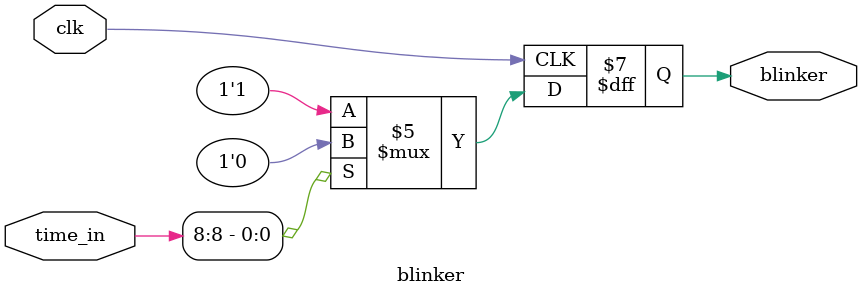
<source format=v>
`timescale 1ns / 1ps


module blinker(
    input [38:0] time_in,
    input clk,
    output reg blinker
    );
    
//    reg [32:0] count;
    
    always @(posedge clk)
	begin
//	count = time_in;
//		blinker = 1;
//    end
//		if (count <= 100000000) //out_clk has a period of 1000 ms
//		if (count <= 100000000) begin //out_clk has a period of 10 ms
		if (time_in[8] == 1) begin                // WILL NOT SIMULATE IF 500000000 TOO LONG FOR SIMULATION TIMESCALE
		   blinker = 0;
		end
		else begin
          blinker = 1;
//		  count = 0;
//		  blinker = ~blinker;
		end
	end
	
	initial begin
	   blinker = 0;
//	   count = 0;
    end
    
endmodule

</source>
